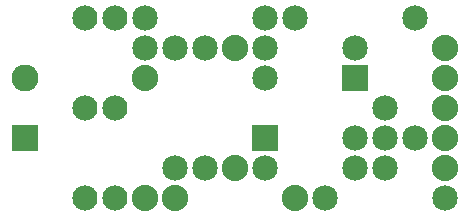
<source format=gbs>
G04 MADE WITH FRITZING*
G04 WWW.FRITZING.ORG*
G04 SINGLE SIDED*
G04 HOLES NOT PLATED*
G04 CONTOUR ON CENTER OF CONTOUR VECTOR*
%ASAXBY*%
%FSLAX23Y23*%
%MOIN*%
%OFA0B0*%
%SFA1.0B1.0*%
%ADD10C,0.088000*%
%ADD11C,0.085000*%
%ADD12C,0.084000*%
%ADD13C,0.090000*%
%ADD14R,0.089986X0.090000*%
%ADD15R,0.085000X0.085000*%
%LNMASK0*%
G90*
G70*
G54D10*
X1467Y566D03*
X1467Y466D03*
X1467Y366D03*
X1467Y266D03*
X1467Y166D03*
G54D11*
X1267Y366D03*
X1267Y266D03*
X1267Y166D03*
X1467Y66D03*
X1067Y66D03*
X1367Y266D03*
X1367Y666D03*
X967Y666D03*
X1367Y666D03*
G54D12*
X367Y366D03*
X367Y666D03*
X267Y366D03*
X267Y666D03*
X367Y66D03*
X367Y366D03*
X267Y66D03*
X267Y366D03*
G54D13*
X67Y266D03*
X67Y466D03*
G54D10*
X567Y66D03*
X967Y66D03*
X767Y166D03*
X767Y566D03*
X467Y66D03*
X467Y466D03*
G54D11*
X467Y666D03*
X467Y566D03*
X467Y466D03*
X867Y666D03*
X467Y666D03*
X667Y566D03*
X667Y166D03*
X567Y566D03*
X567Y166D03*
X867Y266D03*
X1167Y266D03*
X867Y166D03*
X1167Y166D03*
X1167Y466D03*
X867Y466D03*
X1167Y566D03*
X867Y566D03*
G54D14*
X67Y266D03*
G54D15*
X867Y266D03*
X1167Y466D03*
G04 End of Mask0*
M02*
</source>
